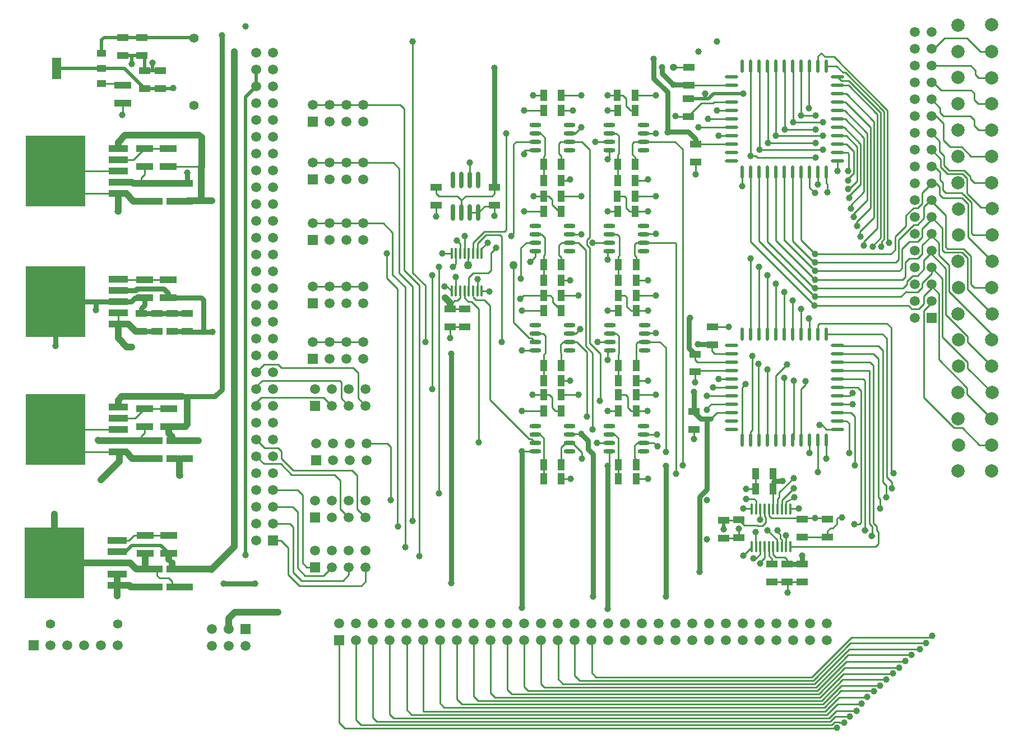
<source format=gtl>
%FSLAX25Y25*%
%MOIN*%
G70*
G01*
G75*
G04 Layer_Physical_Order=1*
G04 Layer_Color=255*
%ADD10O,0.01378X0.06693*%
%ADD11R,0.06693X0.04331*%
%ADD12R,0.11811X0.04331*%
%ADD13R,0.35827X0.41929*%
%ADD14R,0.10236X0.04331*%
%ADD15R,0.04331X0.06693*%
%ADD16R,0.05512X0.03937*%
%ADD17R,0.05512X0.12795*%
%ADD18O,0.07087X0.02362*%
%ADD19O,0.02165X0.07874*%
%ADD20O,0.07874X0.02165*%
%ADD21O,0.02756X0.09843*%
%ADD22C,0.01000*%
%ADD23C,0.02000*%
%ADD24C,0.02953*%
%ADD25C,0.03937*%
%ADD26C,0.04000*%
%ADD27C,0.01969*%
%ADD28R,0.05906X0.05906*%
%ADD29C,0.05906*%
%ADD30C,0.05512*%
%ADD31R,0.05906X0.05906*%
%ADD32C,0.07874*%
%ADD33C,0.03937*%
%ADD34C,0.05000*%
D10*
X363043Y330279D02*
D03*
X365602D02*
D03*
X368161D02*
D03*
X370721D02*
D03*
X373280D02*
D03*
X375839D02*
D03*
X378398D02*
D03*
X380957D02*
D03*
X363043Y352720D02*
D03*
X365602D02*
D03*
X368161D02*
D03*
X370721D02*
D03*
X373280D02*
D03*
X375839D02*
D03*
X378398D02*
D03*
X380957D02*
D03*
X564516Y200721D02*
D03*
X561957D02*
D03*
X559398D02*
D03*
X556839D02*
D03*
X554280D02*
D03*
X551721D02*
D03*
X549161D02*
D03*
X546602D02*
D03*
X544043D02*
D03*
X541484D02*
D03*
X564516Y178279D02*
D03*
X561957D02*
D03*
X559398D02*
D03*
X556839D02*
D03*
X554280D02*
D03*
X551721D02*
D03*
X549161D02*
D03*
X546602D02*
D03*
X544043D02*
D03*
X541484D02*
D03*
D11*
X553500Y157370D02*
D03*
Y168000D02*
D03*
X197000Y164815D02*
D03*
Y154185D02*
D03*
X206000Y164815D02*
D03*
Y154185D02*
D03*
X179000Y154370D02*
D03*
Y165000D02*
D03*
X188000Y154370D02*
D03*
Y165000D02*
D03*
X206000Y241315D02*
D03*
Y230685D02*
D03*
X197000Y241315D02*
D03*
Y230685D02*
D03*
X178500D02*
D03*
Y241315D02*
D03*
X188000Y230685D02*
D03*
Y241315D02*
D03*
X388500Y391815D02*
D03*
Y381185D02*
D03*
X354000Y391815D02*
D03*
Y381185D02*
D03*
X518110Y298228D02*
D03*
Y308858D02*
D03*
X504331Y452559D02*
D03*
Y463189D02*
D03*
X507874Y292717D02*
D03*
Y282087D02*
D03*
X503937Y444685D02*
D03*
Y434055D02*
D03*
X370866Y319488D02*
D03*
Y308858D02*
D03*
X362205Y319488D02*
D03*
Y308858D02*
D03*
X507087Y247835D02*
D03*
Y258465D02*
D03*
X508268Y406890D02*
D03*
Y417520D02*
D03*
X206000Y306185D02*
D03*
Y316815D02*
D03*
X197000Y306185D02*
D03*
Y316815D02*
D03*
X178500Y306370D02*
D03*
Y317000D02*
D03*
X188000Y306370D02*
D03*
Y317000D02*
D03*
X571654Y184055D02*
D03*
Y194685D02*
D03*
X586614Y184055D02*
D03*
Y194685D02*
D03*
X525000Y194000D02*
D03*
Y183370D02*
D03*
X534000Y194130D02*
D03*
Y183500D02*
D03*
X197000Y383685D02*
D03*
Y394315D02*
D03*
X206000Y383685D02*
D03*
Y394315D02*
D03*
X178500Y383685D02*
D03*
Y394315D02*
D03*
X188000Y383685D02*
D03*
Y394315D02*
D03*
X571654Y157283D02*
D03*
Y167913D02*
D03*
X562598Y157283D02*
D03*
Y167913D02*
D03*
X189764Y461221D02*
D03*
Y450591D02*
D03*
X180500Y461130D02*
D03*
Y450500D02*
D03*
X167500Y470185D02*
D03*
Y480815D02*
D03*
X179000Y470185D02*
D03*
Y480815D02*
D03*
D12*
X164106Y155114D02*
D03*
Y161807D02*
D03*
Y168500D02*
D03*
Y175193D02*
D03*
Y181886D02*
D03*
X164705Y234614D02*
D03*
Y241307D02*
D03*
Y248000D02*
D03*
Y254693D02*
D03*
Y261386D02*
D03*
Y310614D02*
D03*
Y317307D02*
D03*
Y324000D02*
D03*
Y330693D02*
D03*
Y337386D02*
D03*
Y388114D02*
D03*
Y394807D02*
D03*
Y401500D02*
D03*
Y408193D02*
D03*
Y414886D02*
D03*
D13*
X126902Y168500D02*
D03*
X127500Y248000D02*
D03*
Y324000D02*
D03*
Y401500D02*
D03*
D14*
X195000Y184815D02*
D03*
Y174185D02*
D03*
X181000D02*
D03*
Y184815D02*
D03*
X195000Y260315D02*
D03*
Y249685D02*
D03*
X180500D02*
D03*
Y260315D02*
D03*
X194500Y336815D02*
D03*
Y326185D02*
D03*
X180500D02*
D03*
Y336815D02*
D03*
X194500Y414815D02*
D03*
Y404185D02*
D03*
X180500D02*
D03*
Y414815D02*
D03*
X167500Y442000D02*
D03*
Y452630D02*
D03*
D15*
X428315Y446500D02*
D03*
X417685D02*
D03*
X428315Y386500D02*
D03*
X417685D02*
D03*
X428315Y327500D02*
D03*
X417685D02*
D03*
X428315Y268500D02*
D03*
X417685D02*
D03*
X472244Y446457D02*
D03*
X461614D02*
D03*
X472244Y386614D02*
D03*
X461614D02*
D03*
X462185Y327500D02*
D03*
X472815D02*
D03*
X462185Y268500D02*
D03*
X472815D02*
D03*
X428315Y437500D02*
D03*
X417685D02*
D03*
X428315Y377500D02*
D03*
X417685D02*
D03*
X428315Y318500D02*
D03*
X417685D02*
D03*
X428315Y259000D02*
D03*
X417685D02*
D03*
X472315Y437500D02*
D03*
X461685D02*
D03*
X472315Y377500D02*
D03*
X461685D02*
D03*
X472815Y318500D02*
D03*
X462185D02*
D03*
X472815Y259000D02*
D03*
X462185D02*
D03*
X554315Y221500D02*
D03*
X543685D02*
D03*
X554315Y212500D02*
D03*
X543685D02*
D03*
X472315Y396000D02*
D03*
X461685D02*
D03*
Y405500D02*
D03*
X472315D02*
D03*
X417685D02*
D03*
X428315D02*
D03*
Y396000D02*
D03*
X417685D02*
D03*
Y346000D02*
D03*
X428315D02*
D03*
Y336500D02*
D03*
X417685D02*
D03*
X462185Y346000D02*
D03*
X472815D02*
D03*
Y336500D02*
D03*
X462185D02*
D03*
X417685Y286000D02*
D03*
X428315D02*
D03*
Y277000D02*
D03*
X417685D02*
D03*
X462185Y286000D02*
D03*
X472815D02*
D03*
Y277000D02*
D03*
X462185D02*
D03*
X417685Y227000D02*
D03*
X428315D02*
D03*
Y218500D02*
D03*
X417685D02*
D03*
X462185Y227000D02*
D03*
X472815D02*
D03*
Y218500D02*
D03*
X462185D02*
D03*
D16*
X155000Y453445D02*
D03*
Y462500D02*
D03*
Y471555D02*
D03*
D17*
X128228Y462500D02*
D03*
D18*
X433236Y354000D02*
D03*
Y359000D02*
D03*
Y364000D02*
D03*
Y369000D02*
D03*
X412764Y354000D02*
D03*
Y359000D02*
D03*
Y364000D02*
D03*
Y369000D02*
D03*
X433236Y414000D02*
D03*
Y419000D02*
D03*
Y424000D02*
D03*
Y429000D02*
D03*
X412764Y414000D02*
D03*
Y419000D02*
D03*
Y424000D02*
D03*
Y429000D02*
D03*
X433236Y235000D02*
D03*
Y240000D02*
D03*
Y245000D02*
D03*
Y250000D02*
D03*
X412764Y235000D02*
D03*
Y240000D02*
D03*
Y245000D02*
D03*
Y250000D02*
D03*
X433236Y295000D02*
D03*
Y300000D02*
D03*
Y305000D02*
D03*
Y310000D02*
D03*
X412764Y295000D02*
D03*
Y300000D02*
D03*
Y305000D02*
D03*
Y310000D02*
D03*
X477236Y354000D02*
D03*
Y359000D02*
D03*
Y364000D02*
D03*
Y369000D02*
D03*
X456764Y354000D02*
D03*
Y359000D02*
D03*
Y364000D02*
D03*
Y369000D02*
D03*
X477236Y414000D02*
D03*
Y419000D02*
D03*
Y424000D02*
D03*
Y429000D02*
D03*
X456764Y414000D02*
D03*
Y419000D02*
D03*
Y424000D02*
D03*
Y429000D02*
D03*
X477236Y235000D02*
D03*
Y240000D02*
D03*
Y245000D02*
D03*
Y250000D02*
D03*
X456764Y235000D02*
D03*
Y240000D02*
D03*
Y245000D02*
D03*
Y250000D02*
D03*
X477736Y295000D02*
D03*
Y300000D02*
D03*
Y305000D02*
D03*
Y310000D02*
D03*
X457264Y295000D02*
D03*
Y300000D02*
D03*
Y305000D02*
D03*
Y310000D02*
D03*
D19*
X536000Y241504D02*
D03*
X541000D02*
D03*
X546000D02*
D03*
X551000D02*
D03*
X556000D02*
D03*
X561000D02*
D03*
X566000D02*
D03*
X571000D02*
D03*
X576000D02*
D03*
X581000D02*
D03*
X586000D02*
D03*
Y304496D02*
D03*
X581000D02*
D03*
X576000D02*
D03*
X571000D02*
D03*
X566000D02*
D03*
X561000D02*
D03*
X556000D02*
D03*
X551000D02*
D03*
X546000D02*
D03*
X541000D02*
D03*
X536000D02*
D03*
Y401004D02*
D03*
X541000D02*
D03*
X546000D02*
D03*
X551000D02*
D03*
X556000D02*
D03*
X561000D02*
D03*
X566000D02*
D03*
X571000D02*
D03*
X576000D02*
D03*
X581000D02*
D03*
X586000D02*
D03*
Y463996D02*
D03*
X581000D02*
D03*
X576000D02*
D03*
X571000D02*
D03*
X566000D02*
D03*
X561000D02*
D03*
X556000D02*
D03*
X551000D02*
D03*
X546000D02*
D03*
X541000D02*
D03*
X536000D02*
D03*
D20*
X592496Y248000D02*
D03*
Y253000D02*
D03*
Y258000D02*
D03*
Y263000D02*
D03*
Y268000D02*
D03*
Y273000D02*
D03*
Y278000D02*
D03*
Y283000D02*
D03*
Y288000D02*
D03*
Y293000D02*
D03*
Y298000D02*
D03*
X529504D02*
D03*
Y293000D02*
D03*
Y288000D02*
D03*
Y283000D02*
D03*
Y278000D02*
D03*
Y273000D02*
D03*
Y268000D02*
D03*
Y263000D02*
D03*
Y258000D02*
D03*
Y253000D02*
D03*
Y248000D02*
D03*
X592496Y407500D02*
D03*
Y412500D02*
D03*
Y417500D02*
D03*
Y422500D02*
D03*
Y427500D02*
D03*
Y432500D02*
D03*
Y437500D02*
D03*
Y442500D02*
D03*
Y447500D02*
D03*
Y452500D02*
D03*
Y457500D02*
D03*
X529504D02*
D03*
Y452500D02*
D03*
Y447500D02*
D03*
Y442500D02*
D03*
Y437500D02*
D03*
Y432500D02*
D03*
Y427500D02*
D03*
Y422500D02*
D03*
Y417500D02*
D03*
Y412500D02*
D03*
Y407500D02*
D03*
D21*
X379000Y396146D02*
D03*
X374000D02*
D03*
X369000D02*
D03*
X364000D02*
D03*
X379000Y376854D02*
D03*
X374000D02*
D03*
X369000D02*
D03*
X364000D02*
D03*
D22*
X406200Y413680D02*
X406520Y414000D01*
X406200Y411700D02*
Y413680D01*
X533870Y183370D02*
Y188770D01*
X533900Y188800D01*
X524686Y188700D02*
X524900D01*
X524409Y188976D02*
X524686Y188700D01*
X561957Y178279D02*
Y184843D01*
X561900Y184900D02*
X561957Y184843D01*
X360000Y333323D02*
Y334000D01*
Y333323D02*
X362823Y330500D01*
X538189Y206693D02*
X542913D01*
X544043Y205563D01*
Y200721D02*
Y205563D01*
X542520Y171260D02*
X544095D01*
X546602Y173768D01*
Y178279D01*
X549161Y171602D02*
Y178279D01*
X546063Y168504D02*
X549161Y171602D01*
X507874Y275984D02*
Y282087D01*
X167323Y435039D02*
X167500Y435217D01*
Y442000D01*
X324500Y338000D02*
X331000Y331500D01*
Y190055D02*
Y331500D01*
X524409Y188976D02*
X525000Y189567D01*
X527756Y308858D02*
X527953Y309055D01*
X518110Y308858D02*
X527756D01*
X503937Y434252D02*
X511417Y441732D01*
X518504D01*
X519272Y442500D01*
X529504D01*
X504331Y313779D02*
X504724Y314173D01*
X536476Y447500D02*
X536614Y447638D01*
X507874Y282087D02*
X508787Y283000D01*
X529504D01*
X507874Y289370D02*
Y292717D01*
Y289370D02*
X509244Y288000D01*
X529504D01*
X495079Y434055D02*
X503937D01*
Y434252D01*
X179000Y470185D02*
X180500Y468685D01*
Y461130D02*
X180591Y461221D01*
X189673Y450500D02*
X189764Y450591D01*
X554315Y212500D02*
Y221500D01*
X517323Y254331D02*
X520992Y258000D01*
X517913Y294685D02*
Y298425D01*
Y294685D02*
X519598Y293000D01*
X529504D01*
X507087Y258268D02*
Y258465D01*
X513996Y417500D02*
X529504D01*
X513976Y417520D02*
X513996Y417500D01*
X508268Y417520D02*
X513976D01*
X507087Y242126D02*
Y247835D01*
X520992Y258000D02*
X529504D01*
X445276Y299224D02*
X451461Y293039D01*
Y264961D02*
Y293039D01*
X451124Y264961D02*
X451461D01*
X447000Y248000D02*
Y293328D01*
X213358Y383858D02*
X214500Y385000D01*
X206000Y306185D02*
X206279Y305906D01*
X212575Y241315D02*
X212598Y241339D01*
X219685Y164961D02*
X220079Y164567D01*
X206000Y164815D02*
X206146Y164961D01*
X164567Y377559D02*
X164705Y377697D01*
X164106Y155114D02*
X164173Y155047D01*
X165354Y234614D02*
X169386D01*
X164705D02*
X165354D01*
X386500Y353000D02*
X389500Y356000D01*
X386500Y342500D02*
Y353000D01*
X395500Y366500D02*
Y424000D01*
X385221Y330279D02*
X385500Y330000D01*
X380957Y330279D02*
X385221D01*
X522000Y422500D02*
X529504D01*
X522000Y278000D02*
X529504D01*
X518500Y273000D02*
X529504D01*
X443500Y255500D02*
Y294000D01*
X515000Y268000D02*
X529504D01*
X515000Y259500D02*
Y260500D01*
X517500Y263000D01*
X529504D01*
X510000Y427500D02*
X529504D01*
X515500Y432500D02*
X529504D01*
X521000Y437500D02*
X529504D01*
X541000Y241504D02*
Y246500D01*
X542000Y247500D01*
Y291500D01*
X541000Y359500D02*
Y401004D01*
X561000Y360236D02*
Y401004D01*
X209685Y480815D02*
X210000Y480500D01*
X166685Y453445D02*
X167500Y452630D01*
X155000Y453445D02*
X166685D01*
X167315Y481000D02*
X167500Y480815D01*
X214315Y385185D02*
X214500Y385000D01*
X214315Y404185D02*
X214500Y404000D01*
X194500Y404185D02*
X214315D01*
X164705Y408193D02*
X173878D01*
X180500Y414815D01*
Y399500D02*
Y404185D01*
X178500Y397500D02*
X180500Y399500D01*
X178500Y394315D02*
Y397500D01*
X180500Y414815D02*
X194500D01*
X164705Y394807D02*
X164898Y395000D01*
X164705Y388114D02*
X169386D01*
X127500Y401500D02*
X140886Y388114D01*
X164705D01*
X127500Y401500D02*
X164705D01*
X127500Y248000D02*
X140886Y234614D01*
X164705D01*
Y310614D02*
Y317307D01*
X188000Y317000D02*
X188185Y316815D01*
X164705Y337386D02*
X165276Y336815D01*
X180500D01*
X194500D01*
X175130Y306370D02*
X178500D01*
X164705Y310614D02*
X170886D01*
X178492Y241307D02*
X178500Y241315D01*
X127500Y248000D02*
X164705D01*
X205000Y267500D02*
X206000Y266500D01*
X204685Y249685D02*
X206000Y251000D01*
X164705Y254693D02*
X174878D01*
X180500Y260315D01*
X195000D01*
X197000Y241315D02*
Y243500D01*
X180500Y246000D02*
Y249685D01*
X178500Y244000D02*
X180500Y246000D01*
X178500Y241315D02*
Y244000D01*
X195000Y170500D02*
X197000Y168500D01*
X174185Y184815D02*
X181000D01*
X171256Y181886D02*
X174185Y184815D01*
X164106Y181886D02*
X171256D01*
X181000Y184815D02*
X195000D01*
X171386Y155114D02*
X172130Y154370D01*
X197000Y154185D02*
Y157500D01*
X195000Y159500D02*
X197000Y157500D01*
X189500Y159500D02*
X195000D01*
X188000Y161000D02*
X189500Y159500D01*
X188000Y161000D02*
Y165000D01*
X164106Y175193D02*
X169193D01*
X417685Y218500D02*
Y227000D01*
X417807Y227122D01*
Y242807D01*
X415614Y245000D02*
X417807Y242807D01*
X412764Y245000D02*
X415614D01*
X428193Y227122D02*
X428315Y227000D01*
X428193Y227122D02*
Y237307D01*
X430886Y240000D01*
X433236D01*
X410445Y242319D02*
X412764Y240000D01*
X409291Y242319D02*
X410445D01*
X386000Y265610D02*
Y321500D01*
X382500Y325000D02*
X386000Y321500D01*
X410445Y302319D02*
X412764Y300000D01*
X409291Y302319D02*
X410445D01*
X400000Y311610D02*
X409291Y302319D01*
X400000Y311610D02*
Y345500D01*
X373000D02*
Y352441D01*
X386000Y265610D02*
X409291Y242319D01*
X407500Y359000D02*
X412764D01*
X378398Y330279D02*
Y337102D01*
X378028Y337472D02*
X378398Y337102D01*
X401500Y419000D02*
X412764D01*
X400000Y417500D02*
X401500Y419000D01*
X400000Y364500D02*
Y417500D01*
X398500Y363000D02*
X400000Y364500D01*
X371000Y353000D02*
Y363000D01*
X450000Y300000D02*
X457264D01*
X447000Y359000D02*
X456764D01*
X378500Y352823D02*
Y358500D01*
X378398Y352720D02*
X378500Y352823D01*
X385000Y341000D02*
X386500Y342500D01*
X376000Y341000D02*
X385000D01*
X373280Y338280D02*
X376000Y341000D01*
X373280Y330279D02*
Y338280D01*
X448500Y419000D02*
X456764D01*
X375839Y352720D02*
Y358839D01*
X477736Y300000D02*
X487000D01*
X490500Y296500D01*
X477236Y359000D02*
X496000D01*
X496500Y358500D01*
X477236Y419000D02*
X496000D01*
X559398Y178279D02*
Y182111D01*
X558488Y183020D02*
X559398Y182111D01*
X558488Y183020D02*
Y185512D01*
X557000Y187000D02*
X558488Y185512D01*
X556488Y178630D02*
X556839Y178279D01*
X556488Y178630D02*
Y182512D01*
X551000Y188000D02*
X556488Y182512D01*
X564795Y201000D02*
X569500D01*
X561957Y200721D02*
Y204957D01*
X567000Y207500D01*
X613203Y185797D02*
X614500Y184500D01*
X613203Y185797D02*
X613203D01*
X615969Y187937D02*
Y190265D01*
X592496Y288000D02*
X612000D01*
X606468Y192469D02*
Y270969D01*
X604437Y273000D02*
X606468Y270969D01*
X592496Y273000D02*
X604437D01*
X592496Y278000D02*
X608000D01*
X609000Y189500D02*
Y277000D01*
X608000Y278000D02*
X609000Y277000D01*
X611500Y191905D02*
Y283000D01*
X592496D02*
X611500D01*
X592496Y293000D02*
X614000D01*
X617000Y290000D01*
X612000Y288000D02*
X614000Y286000D01*
X592496Y298000D02*
X592996Y297500D01*
X619500Y216500D02*
Y295000D01*
X617000Y297500D02*
X619500Y295000D01*
X592996Y297500D02*
X617000D01*
X605500Y191500D02*
X606468Y192469D01*
X602500Y191500D02*
X605500D01*
X609000Y189500D02*
X610500Y188000D01*
X609000D02*
X610500D01*
X613000Y184500D02*
X614500D01*
X613203Y185797D02*
Y190203D01*
X611500Y191905D02*
X613203Y190203D01*
X615969Y187937D02*
X617000Y186905D01*
X564516Y178279D02*
X615279D01*
X617000Y180000D01*
Y186905D01*
X614000Y192234D02*
X615969Y190265D01*
X614000Y192234D02*
Y286000D01*
X617000Y207500D02*
Y290000D01*
X618000Y201000D02*
Y206500D01*
X617000Y207500D02*
X618000Y206500D01*
X621500Y207500D02*
Y214500D01*
X619500Y216500D02*
X621500Y214500D01*
X559398Y200721D02*
Y205898D01*
X566500Y213000D01*
X625000D02*
Y216500D01*
X622000Y219500D02*
X625000Y216500D01*
X622000Y219500D02*
Y302000D01*
X619500Y304500D02*
X622000Y302000D01*
X586004Y304500D02*
X619500D01*
X586000Y304496D02*
X586004Y304500D01*
X581000Y304496D02*
Y310000D01*
X582000Y311000D01*
X622000D01*
X624500Y308500D01*
Y223500D02*
Y308500D01*
Y223500D02*
X626000Y222000D01*
X557980Y210480D02*
X566500Y219000D01*
X557980Y207653D02*
Y210480D01*
X556839Y206512D02*
X557980Y207653D01*
X556839Y200721D02*
Y206512D01*
X586000Y230500D02*
Y241504D01*
Y230500D02*
X586000Y230500D01*
X490500Y234500D02*
Y296500D01*
X599500Y234000D02*
Y251500D01*
X598000Y253000D02*
X599500Y251500D01*
X592496Y253000D02*
X598000D01*
X603000Y226500D02*
Y255500D01*
X600500Y258000D02*
X603000Y255500D01*
X592496Y258000D02*
X600500D01*
X496000Y419000D02*
X500500Y414500D01*
Y226500D02*
Y414500D01*
X496500Y221500D02*
Y358500D01*
X581000Y222500D02*
X581000Y222500D01*
X581000Y222500D02*
Y241504D01*
X576000Y304496D02*
Y313500D01*
X575500Y314000D02*
X576000Y313500D01*
X571000Y304496D02*
Y319500D01*
X571000Y319500D01*
X571000Y463996D02*
X571000Y463996D01*
X566000Y304496D02*
Y324500D01*
X566000Y324500D01*
X561000Y304496D02*
Y329500D01*
X561000Y329500D01*
X556000Y304496D02*
Y334500D01*
X556000Y334500D01*
X551000Y304496D02*
Y339500D01*
X551000Y339500D01*
X551000Y463996D02*
X551000Y463996D01*
X546000Y304496D02*
Y344500D01*
X546000Y344500D01*
X546000Y463996D02*
X546000Y463996D01*
X541000Y304496D02*
Y349500D01*
X433236Y300000D02*
X437500D01*
X443500Y294000D01*
X592496Y263000D02*
X601500D01*
X433236Y359000D02*
X438500D01*
X582000Y250500D02*
X583500D01*
X586000Y248000D01*
X592496D01*
Y268000D02*
X600000D01*
X601500Y269500D01*
X433236Y419000D02*
X440500D01*
X576000Y234000D02*
X576000Y234000D01*
X576000Y234000D02*
Y241504D01*
X536000D02*
Y273000D01*
X538000Y275000D01*
X536000Y395500D02*
Y401004D01*
X545500Y242004D02*
Y287000D01*
Y242004D02*
X546000Y241504D01*
X551000Y241504D02*
Y283500D01*
X551000Y241504D02*
X551000Y241504D01*
X556000Y280000D02*
X562500Y286500D01*
X556000Y241504D02*
Y280000D01*
X561000Y241504D02*
Y278500D01*
X561000Y241504D02*
X561000Y241504D01*
X566500Y242004D02*
Y277000D01*
X566000Y241504D02*
X566500Y242004D01*
X573500Y274500D02*
Y276500D01*
X571000Y272000D02*
X573500Y274500D01*
X571000Y241504D02*
Y272000D01*
X536000Y395500D02*
X536000Y395500D01*
Y392500D02*
Y395500D01*
X472815Y227000D02*
Y230185D01*
X472000Y231000D02*
X472815Y230185D01*
X472000Y231000D02*
Y238500D01*
X473500Y240000D01*
X477236D01*
X462185Y218500D02*
Y227000D01*
Y242815D01*
X460000Y245000D02*
X462185Y242815D01*
X456764Y245000D02*
X460000D01*
X462185Y277000D02*
Y286000D01*
Y292685D01*
X462500Y293000D01*
Y303500D01*
X461000Y305000D02*
X462500Y303500D01*
X457264Y305000D02*
X461000D01*
X472693Y286122D02*
X472815Y286000D01*
X472693Y286122D02*
Y298807D01*
X473886Y300000D01*
X477736D01*
X417685Y277000D02*
Y286000D01*
Y292185D01*
X419000Y293500D01*
Y303500D01*
X417500Y305000D02*
X419000Y303500D01*
X412764Y305000D02*
X417500D01*
X428315Y286000D02*
Y293185D01*
X428000Y293500D02*
X428315Y293185D01*
X428000Y293500D02*
Y298500D01*
X429500Y300000D01*
X433236D01*
X417685Y336500D02*
Y346000D01*
Y351185D01*
X418500Y352000D01*
Y362000D01*
X416500Y364000D02*
X418500Y362000D01*
X412764Y364000D02*
X416500D01*
X428315Y346000D02*
Y350185D01*
X427000Y351500D02*
X428315Y350185D01*
X427000Y351500D02*
Y357500D01*
X428500Y359000D01*
X433236D01*
X462185Y336500D02*
Y346000D01*
Y350685D01*
X463000Y351500D01*
Y362500D01*
X461500Y364000D02*
X463000Y362500D01*
X456764Y364000D02*
X461500D01*
X472815Y346000D02*
Y350685D01*
X472000Y351500D02*
X472815Y350685D01*
X472000Y351500D02*
Y358000D01*
X473000Y359000D01*
X477236D01*
X417685Y396000D02*
Y405500D01*
Y410185D01*
X418500Y411000D01*
Y421500D01*
X416000Y424000D02*
X418500Y421500D01*
X412764Y424000D02*
X416000D01*
X428315Y405500D02*
Y410685D01*
X427000Y412000D02*
X428315Y410685D01*
X427000Y412000D02*
Y418000D01*
X428000Y419000D01*
X433236D01*
X461685Y396000D02*
Y405500D01*
Y411185D01*
X462500Y412000D01*
Y422500D01*
X461000Y424000D02*
X462500Y422500D01*
X456764Y424000D02*
X461000D01*
X472315Y405500D02*
Y409685D01*
X470500Y411500D02*
X472315Y409685D01*
X470500Y411500D02*
Y418000D01*
X471500Y419000D01*
X477236D01*
X428315Y218500D02*
X434000D01*
X472815D02*
X480000D01*
X428315Y277000D02*
X433500D01*
X472815D02*
X480000D01*
X428315Y336500D02*
X433500D01*
X472815D02*
X480000D01*
X433500Y396000D02*
Y396500D01*
X479500Y396000D02*
X480000Y396500D01*
X472315Y396000D02*
X479500D01*
X364000Y344500D02*
X365602Y346102D01*
Y352720D01*
X365500Y330382D02*
Y338500D01*
Y330382D02*
X365602Y330279D01*
X544000Y178323D02*
Y187000D01*
Y178323D02*
X544043Y178279D01*
X546500Y200618D02*
X546602Y200721D01*
X536500Y173000D02*
X541484Y177984D01*
Y178279D01*
X357500Y352500D02*
X362823D01*
X363043Y352720D01*
X536500Y201000D02*
X541205D01*
X541484Y200721D01*
X287000Y267000D02*
X292000Y262000D01*
X250000Y267000D02*
X287000D01*
X247000Y264000D02*
X250000Y267000D01*
X247000Y262000D02*
Y264000D01*
X297500Y266500D02*
X302000Y262000D01*
X297500Y266500D02*
Y276000D01*
X296500Y277000D02*
X297500Y276000D01*
X250500Y277000D02*
X296500D01*
X247000Y273500D02*
X250500Y277000D01*
X247000Y272000D02*
Y273500D01*
X307500Y266500D02*
X312000Y262000D01*
X307500Y266500D02*
Y281500D01*
X304500Y284500D02*
X307500Y281500D01*
X262000Y284500D02*
X304500D01*
X260000Y286500D02*
X262000Y284500D01*
X251500Y286500D02*
X260000D01*
X247000Y282000D02*
X251500Y286500D01*
X297000Y200500D02*
X302000Y195500D01*
X297000Y200500D02*
Y217500D01*
X293500Y221000D02*
X297000Y217500D01*
X268000Y221000D02*
X293500D01*
X261500Y227500D02*
X268000Y221000D01*
X251500Y227500D02*
X261500D01*
X247000Y232000D02*
X251500Y227500D01*
X307000Y200500D02*
X312000Y195500D01*
X307000Y200500D02*
Y220500D01*
X304000Y223500D02*
X307000Y220500D01*
X269000Y223500D02*
X304000D01*
X262000Y230500D02*
X269000Y223500D01*
X262000Y230500D02*
Y235000D01*
X260000Y237000D02*
X262000Y235000D01*
X252000Y237000D02*
X260000D01*
X247000Y242000D02*
X252000Y237000D01*
X277000Y166000D02*
X282000D01*
X274500Y168500D02*
X277000Y166000D01*
X274500Y168500D02*
Y209000D01*
X271500Y212000D02*
X274500Y209000D01*
X257000Y212000D02*
X271500D01*
X287000Y161000D02*
X292000Y166000D01*
X276000Y161000D02*
X287000D01*
X271500Y165500D02*
X276000Y161000D01*
X271500Y165500D02*
Y199000D01*
X268500Y202000D02*
X271500Y199000D01*
X257000Y202000D02*
X268500D01*
X302000Y161500D02*
Y166000D01*
X298500Y158000D02*
X302000Y161500D01*
X274000Y158000D02*
X298500D01*
X269000Y163000D02*
X274000Y158000D01*
X269000Y163000D02*
Y190000D01*
X267000Y192000D02*
X269000Y190000D01*
X257000Y192000D02*
X267000D01*
X312000Y157500D02*
Y166000D01*
X309500Y155000D02*
X312000Y157500D01*
X272500Y155000D02*
X309500D01*
X266000Y161500D02*
X272500Y155000D01*
X266000Y161500D02*
Y177500D01*
X261500Y182000D02*
X266000Y177500D01*
X257000Y182000D02*
X261500D01*
X280500Y441000D02*
X290500D01*
X300500D01*
X310500D01*
X280500Y406500D02*
X290500D01*
X300500D01*
X310500D01*
X280500Y370500D02*
X290500D01*
X300500D01*
X310500D01*
X280500Y333000D02*
X290500D01*
X300500D01*
X310500D01*
X280500Y300000D02*
X290500D01*
X300500D01*
X310500D01*
X312500Y239500D02*
X325000D01*
X340000Y193500D02*
Y333000D01*
X332000Y341000D02*
X340000Y333000D01*
X332000Y341000D02*
Y403000D01*
X328500Y406500D02*
X332000Y403000D01*
X310500Y406500D02*
X328500D01*
X335500Y178000D02*
Y332500D01*
X328000Y340000D02*
X335500Y332500D01*
X328000Y340000D02*
Y365000D01*
X322500Y370500D02*
X328000Y365000D01*
X310500Y370500D02*
X322500D01*
X327000Y206000D02*
Y237500D01*
X325000Y239500D02*
X327000Y237500D01*
X344000Y172500D02*
Y333500D01*
X335000Y342500D02*
X344000Y333500D01*
X335000Y342500D02*
Y438500D01*
X332500Y441000D02*
X335000Y438500D01*
X310500Y441000D02*
X332500D01*
X340000Y341000D02*
Y478500D01*
Y341000D02*
X347500Y333500D01*
Y300000D02*
Y333500D01*
X351500Y272000D02*
Y339500D01*
X355500Y210000D02*
Y344500D01*
X359000Y333000D02*
X360000Y334000D01*
X324500Y338000D02*
Y352500D01*
X394500Y365500D02*
X395500Y366500D01*
X375839Y358839D02*
X382500Y365500D01*
X394500D01*
X378500Y358500D02*
X383500Y363500D01*
X392000D01*
X392969Y362531D01*
Y354563D02*
Y362531D01*
X393000Y300000D02*
Y357500D01*
X380957Y355457D02*
X384500Y359000D01*
X380957Y352720D02*
Y355457D01*
X374000Y396146D02*
Y406500D01*
X428315Y396000D02*
X433500D01*
X554280Y200721D02*
Y212465D01*
X554315Y212500D01*
X543685D02*
Y221500D01*
X551721Y172780D02*
Y178279D01*
Y172780D02*
X553500Y171000D01*
Y168000D02*
Y171000D01*
Y157370D02*
X562512D01*
X562598Y157283D02*
X571654D01*
X562512Y157370D02*
X562598Y157283D01*
X554280Y173673D02*
Y178279D01*
Y173673D02*
X555905Y172047D01*
X561024D01*
X562598Y170472D01*
Y167913D02*
Y170472D01*
X546457Y194095D02*
X546500Y194051D01*
Y200618D01*
X549161Y196295D02*
Y200721D01*
Y196295D02*
X549925Y195531D01*
Y192658D02*
Y195531D01*
X547893Y190626D02*
X549925Y192658D01*
X545020Y190626D02*
X547893D01*
X544701Y190945D02*
X545020Y190626D01*
X537185Y190945D02*
X544701D01*
X534000Y194130D02*
X537185Y190945D01*
X525000Y183370D02*
X533870D01*
X525000Y194000D02*
X533870D01*
X534000Y194130D01*
X406520Y414000D02*
X412764D01*
X409842Y347638D02*
X412764Y350559D01*
Y354000D01*
X404724Y294882D02*
X412646D01*
X412764Y295000D01*
X404724Y259055D02*
X417630D01*
X417685Y259000D01*
X404724Y235039D02*
X404764Y235000D01*
X412764D01*
X404728Y318500D02*
X417685D01*
X404724Y318504D02*
X404728Y318500D01*
X406299Y437402D02*
X417587D01*
X417685Y437500D01*
X440500Y419000D02*
X445276Y414224D01*
Y299224D02*
Y355819D01*
X443532Y357563D02*
X445276Y355819D01*
X443532Y357563D02*
Y360437D01*
X445276Y362181D01*
Y414224D01*
X442913Y297415D02*
X447000Y293328D01*
X442913Y297415D02*
Y354587D01*
X438500Y359000D02*
X442913Y354587D01*
X428315Y446500D02*
X440114D01*
X440158Y446457D01*
X436598Y424000D02*
X440158Y427559D01*
X433236Y424000D02*
X436598D01*
X428315Y386500D02*
X440043D01*
X433457Y363779D02*
X440158D01*
X433236Y364000D02*
X433457Y363779D01*
X438524Y327500D02*
X438583Y327559D01*
X428315Y327500D02*
X438524D01*
X436890Y305000D02*
X439369Y307480D01*
X433236Y305000D02*
X436890D01*
X438579Y268500D02*
X438583Y268504D01*
X428315Y268500D02*
X438579D01*
X433512Y245276D02*
X440158D01*
X433236Y245000D02*
X433512Y245276D01*
X456764Y227236D02*
Y235000D01*
X455905Y226378D02*
X456764Y227236D01*
X455905Y259055D02*
X462130D01*
X462185Y259000D01*
X455905Y289370D02*
Y293642D01*
X457264Y295000D01*
X455905Y318504D02*
X462181D01*
X462185Y318500D01*
X455905Y348819D02*
Y353142D01*
X456764Y354000D01*
X455905Y377559D02*
X461626D01*
X461685Y377500D01*
X472244Y446457D02*
X484646D01*
X484630Y424000D02*
X484646Y424016D01*
X477236Y424000D02*
X484630D01*
X472244Y386614D02*
X484646D01*
X477410Y364173D02*
X484646D01*
X477236Y364000D02*
X477410Y364173D01*
X484587Y327500D02*
X484646Y327559D01*
X472815Y327500D02*
X484587D01*
X477854Y305118D02*
X484646D01*
X477736Y305000D02*
X477854Y305118D01*
X472815Y268500D02*
X484642D01*
X484646Y268504D01*
X477236Y240000D02*
X483228D01*
X485433Y237795D01*
X477236Y245000D02*
X484528D01*
X455905Y408661D02*
X456764Y409520D01*
Y414000D01*
X455905Y437402D02*
X461587D01*
X461685Y437500D01*
X404331Y337402D02*
Y355831D01*
X407500Y359000D01*
X562598Y157283D02*
X562992Y156890D01*
Y150787D02*
Y156890D01*
X433236Y240000D02*
X434803D01*
X440500Y234303D01*
Y230500D02*
Y234303D01*
X448236Y239764D02*
X449606D01*
X448000Y240000D02*
X448236Y239764D01*
X448000Y240000D02*
X456764D01*
X484646Y244488D02*
X485039D01*
X484528Y245000D02*
X484842Y244685D01*
X485039Y244488D01*
X484646D02*
X484842Y244685D01*
X485039Y244882D01*
X411461Y446500D02*
X417685D01*
X411417Y446457D02*
X411461Y446500D01*
X428315Y437500D02*
X434941D01*
X435039Y437402D01*
X411925Y386500D02*
X417685D01*
X411811Y386614D02*
X411925Y386500D01*
X406358Y377500D02*
X417685D01*
X406299Y377559D02*
X406358Y377500D01*
X417685Y386500D02*
X420752D01*
X422835Y384417D01*
Y381496D02*
Y384417D01*
Y381496D02*
X426831Y377500D01*
X428315D01*
X405847Y327500D02*
X417685D01*
X403937Y325590D02*
X405847Y327500D01*
X417685D02*
X421713D01*
X423228Y325984D01*
Y323587D02*
Y325984D01*
Y323587D02*
X428315Y318500D01*
X411028Y268500D02*
X417685D01*
X421264D01*
X422835Y266929D01*
Y261024D02*
Y266929D01*
Y261024D02*
X424858Y259000D01*
X428315D01*
X472815D02*
X479472D01*
X462185Y268500D02*
X466539D01*
X467717Y267323D01*
Y261024D02*
Y267323D01*
Y261024D02*
X469740Y259000D01*
X472815D01*
Y318500D02*
X479917D01*
X462185Y327500D02*
X466083D01*
X467323Y326260D01*
Y320866D02*
Y326260D01*
Y320866D02*
X469689Y318500D01*
X472815D01*
X472315Y377500D02*
X472374Y377559D01*
X479921D01*
X461614Y386614D02*
X465748D01*
X466929Y385433D01*
Y379528D02*
Y385433D01*
Y379528D02*
X468957Y377500D01*
X472315D01*
X455905Y446457D02*
X461614D01*
X464961D01*
X466929Y444488D01*
Y440158D02*
Y444488D01*
Y440158D02*
X469587Y437500D01*
X472315D01*
X368161Y326122D02*
Y330279D01*
X362205Y321654D02*
X364961Y324410D01*
X366449D02*
X368161Y326122D01*
X364961Y324410D02*
X366449D01*
X362205Y303150D02*
Y305512D01*
X375856Y326644D02*
X377500Y325000D01*
X382500D01*
X374803Y324016D02*
X379134Y319685D01*
X370721Y326130D02*
Y330279D01*
Y326130D02*
X372835Y324016D01*
X374803D01*
X362205Y308858D02*
X370866D01*
X362205Y305118D02*
Y305512D01*
Y308858D01*
Y319488D02*
X370866D01*
X379134Y240000D02*
Y319685D01*
X551721Y196571D02*
Y200721D01*
X538287Y212500D02*
X543685D01*
X538189Y212598D02*
X538287Y212500D01*
X593008Y195669D02*
X595276D01*
X551721Y196571D02*
X553016Y195276D01*
X586154D01*
X586614Y194815D01*
X592126Y194787D02*
X593008Y195669D01*
X592126Y191732D02*
Y194787D01*
X589764Y189370D02*
X592126Y191732D01*
X571654Y184055D02*
X586614D01*
Y187402D02*
X588583Y189370D01*
X589764D01*
X586614Y184055D02*
Y187402D01*
X388024Y380709D02*
X388500Y381185D01*
X382854Y380709D02*
X388024D01*
X379000Y376854D02*
X382854Y380709D01*
X388500Y374886D02*
Y381185D01*
X374000Y376854D02*
X379000D01*
X368161Y352720D02*
Y358217D01*
X366142Y360236D02*
X368161Y358217D01*
X369000Y376854D02*
Y384150D01*
X366535Y386614D02*
X369000Y384150D01*
X355512Y386614D02*
X366535D01*
X354000Y388126D02*
X355512Y386614D01*
X354000Y388126D02*
Y391815D01*
Y374472D02*
Y381185D01*
X388500Y388106D02*
Y391815D01*
X387008Y386614D02*
X388500Y388106D01*
X371465Y386614D02*
X387008D01*
X369000Y384150D02*
X371465Y386614D01*
X504390Y452500D02*
X529504D01*
X504331Y452559D02*
X504390Y452500D01*
X495079Y463189D02*
X504331D01*
X508268Y399606D02*
Y406890D01*
X388500Y452673D02*
X388583Y452756D01*
X504134D02*
X504331Y452559D01*
X494882Y434252D02*
X495079Y434055D01*
X494882Y434252D02*
X496063D01*
X541000Y359500D02*
X579000Y321500D01*
X546000Y359923D02*
Y401004D01*
X551000Y359500D02*
Y401004D01*
X577709Y328291D02*
X579133Y326867D01*
X546000Y359923D02*
X577632Y328291D01*
X577709D01*
X556000Y360140D02*
X579133Y337007D01*
X556000Y360140D02*
Y401004D01*
X579133Y340946D02*
X579134Y340945D01*
X579133Y340946D02*
Y342125D01*
X566000Y359984D02*
Y401004D01*
Y359984D02*
X578937Y347047D01*
X571000Y360494D02*
Y401004D01*
Y360494D02*
X579133Y352361D01*
X648425Y474173D02*
Y475591D01*
Y464173D02*
Y465354D01*
X579133Y326771D02*
Y326867D01*
X551000Y359500D02*
X578904Y331596D01*
X561024Y360236D02*
X579134Y342126D01*
X540945Y410630D02*
Y463941D01*
X541000Y463996D01*
X546000Y463996D02*
X546063Y463933D01*
Y414173D02*
Y463933D01*
X555905Y422441D02*
Y463902D01*
X556000Y463996D01*
X561024Y426378D02*
Y463973D01*
X561000Y463996D02*
X561024Y463973D01*
X566000Y463996D02*
X566000Y463996D01*
X540945Y410630D02*
X543701D01*
X544882Y409449D01*
X579528D01*
X546063Y414173D02*
X583858D01*
X551181Y418110D02*
X579528D01*
X551181D02*
Y463996D01*
X555905Y422441D02*
X583858D01*
X561024Y426378D02*
X579528D01*
X566142Y430709D02*
X583858D01*
X566142D02*
Y463996D01*
X570866Y434646D02*
X579528D01*
X570866D02*
Y463996D01*
X575591Y438976D02*
Y463996D01*
X592496Y401598D02*
Y407500D01*
Y401598D02*
X592520Y401575D01*
X576000Y391715D02*
Y401004D01*
Y391715D02*
X579133Y388582D01*
X296272Y73413D02*
Y122453D01*
X306272Y75224D02*
Y122453D01*
X590689Y73941D02*
X593563D01*
X593882Y73622D01*
X596457D01*
X580709Y393701D02*
Y400713D01*
X316272Y76642D02*
Y122453D01*
X591011Y77091D02*
X599925D01*
X599999Y77164D02*
Y77165D01*
X599925Y77091D02*
X599999Y77164D01*
X586602Y388965D02*
Y393713D01*
X585827Y394488D02*
X586602Y393713D01*
X585827Y394488D02*
Y400831D01*
X586000Y401004D01*
X326272Y78547D02*
Y122453D01*
X603861Y80634D02*
X603936Y80708D01*
X592496Y412500D02*
X598721D01*
Y412303D02*
Y412500D01*
Y412303D02*
X599213Y411811D01*
X598819Y401575D02*
X599213D01*
X606298Y84646D02*
X606692Y85039D01*
X336347Y81102D02*
Y122378D01*
X336272Y122453D02*
X336347Y122378D01*
X599213Y401575D02*
Y411811D01*
X610235Y88975D02*
Y88976D01*
X609768Y88508D02*
X610235Y88975D01*
X598818Y396062D02*
Y396849D01*
X600075Y398106D01*
X600256D01*
X602287Y400138D01*
Y413065D01*
X597852Y417500D02*
X602287Y413065D01*
X592496Y417500D02*
X597852D01*
X592496Y422500D02*
X597697D01*
X604331Y415866D01*
Y395669D02*
Y415866D01*
X598819Y390945D02*
X599213Y390551D01*
X614000Y92445D02*
X614246Y92198D01*
X599213Y390551D02*
X604331Y395669D01*
X593427Y88508D02*
X609768D01*
X591725Y80634D02*
X603861D01*
X592394Y84646D02*
X606298D01*
X594536Y92445D02*
X614000D01*
X346272Y80315D02*
Y122453D01*
X591968Y70315D02*
X592126Y70472D01*
X296272Y73413D02*
X299370Y70315D01*
X589063Y72315D02*
X590689Y73941D01*
X306272Y75224D02*
X309181Y72315D01*
X588235Y74315D02*
X591011Y77091D01*
X316272Y76642D02*
X318598Y74315D01*
X587406Y76315D02*
X591725Y80634D01*
X326272Y78547D02*
X328504Y76315D01*
X586063Y78315D02*
X592394Y84646D01*
X336347Y81102D02*
X339134Y78315D01*
X585235Y80315D02*
X593427Y88508D01*
X299370Y70315D02*
X591968D01*
X309181Y72315D02*
X589063D01*
X318598Y74315D02*
X588235D01*
X328504Y76315D02*
X587406D01*
X339134Y78315D02*
X586063D01*
X346272Y80315D02*
X585235D01*
X584768Y82677D02*
X594536Y92445D01*
X356272Y85067D02*
Y122453D01*
Y85067D02*
X358661Y82677D01*
X584768D01*
X366272Y87665D02*
Y122453D01*
Y87665D02*
X369260Y84677D01*
X583940D01*
X594930Y95667D01*
X617669D02*
X617714Y95712D01*
X594930Y95667D02*
X617669D01*
X599605Y385432D02*
Y386826D01*
X606331Y393551D01*
Y417685D01*
X596516Y427500D02*
X606331Y417685D01*
X592496Y427500D02*
X596516D01*
X376272Y89264D02*
Y122453D01*
Y89264D02*
X378858Y86677D01*
X583111D01*
X595615Y99181D01*
X622377Y99213D02*
X622409Y99181D01*
X621654Y99213D02*
X622377D01*
X600392Y379133D02*
Y381314D01*
X608331Y389253D01*
Y421197D01*
X597028Y432500D02*
X608331Y421197D01*
X592496Y432500D02*
X597028D01*
X595615Y99181D02*
X622409D01*
X386272Y91390D02*
Y122453D01*
Y91390D02*
X388984Y88677D01*
X582283D01*
X596287Y102681D01*
X625441Y102756D02*
X625516Y102681D01*
X601968Y374299D02*
X602071Y374196D01*
X601968Y374299D02*
Y375804D01*
X610331Y384166D01*
Y423921D01*
X596752Y437500D02*
X610331Y423921D01*
X592496Y437500D02*
X596752D01*
X596287Y102681D02*
X625516D01*
X396272Y93224D02*
Y122453D01*
Y93224D02*
X398819Y90677D01*
X581455D01*
X597002Y106224D01*
X629058D01*
X629133Y106299D01*
X603937Y369289D02*
X604329Y368897D01*
X603937Y369289D02*
Y371157D01*
X612331Y379551D01*
Y427433D01*
X597264Y442500D02*
X612331Y427433D01*
X592496Y442500D02*
X597264D01*
X406272Y94910D02*
Y122453D01*
Y94910D02*
X408504Y92677D01*
X580626D01*
X597717Y109767D01*
X632208D01*
X632676Y110235D02*
Y110236D01*
X632208Y109767D02*
X632676Y110235D01*
X605905Y362990D02*
X606298Y362598D01*
X605905Y362990D02*
Y365568D01*
X614331Y373993D01*
Y430945D01*
X597776Y447500D02*
X614331Y430945D01*
X592496Y447500D02*
X597776D01*
X579000Y321500D02*
X634801D01*
X636581Y319721D01*
X640980D01*
X643780Y322520D01*
Y327244D01*
X648425Y331890D01*
X579133Y326771D02*
X630314D01*
X416272Y96720D02*
Y122453D01*
Y96720D02*
X418315Y94677D01*
X579798D01*
X598900Y113779D01*
X636614D01*
X608266Y357086D02*
Y359661D01*
X616331Y367725D01*
Y435244D01*
X599075Y452500D02*
X616331Y435244D01*
X592496Y452500D02*
X599075D01*
X633665Y329720D02*
X640270D01*
X642878Y332329D01*
Y335004D01*
X648425Y340551D01*
Y344173D01*
X630314Y326771D02*
X633465Y329921D01*
X633665Y329720D01*
X579069Y331760D02*
X631480D01*
X633972Y334252D01*
Y336018D01*
X637325Y339370D01*
X640158D01*
X643972Y343185D01*
Y348626D01*
X648425Y353079D01*
Y354173D01*
X579133Y337007D02*
X631102D01*
X632677Y338583D01*
Y347244D01*
X635153Y349721D01*
X640270D01*
X642878Y352329D01*
Y357445D01*
X648425Y362992D01*
X579133Y342125D02*
X629133D01*
X630677Y343669D01*
Y355087D01*
X635311Y359720D01*
X640270D01*
X642878Y362329D01*
Y367287D01*
X648425Y372835D01*
X579134Y347244D02*
X627102D01*
X628677Y348819D01*
Y360722D01*
X637675Y369721D01*
X640270D01*
X643972Y373423D01*
Y380193D01*
X647953Y384173D01*
X579133Y352361D02*
X624314D01*
X626677Y354724D01*
Y362504D01*
X633071Y368898D01*
Y375116D01*
X637675Y379720D01*
X640270D01*
X642878Y382329D01*
Y388626D01*
X648110Y393858D01*
X592496Y457500D02*
X594913Y455083D01*
X618331Y361952D02*
Y436072D01*
X613386Y357007D02*
X618331Y361952D01*
X594913Y455083D02*
X599321D01*
X618331Y436072D01*
X613386Y356693D02*
Y357007D01*
X599615Y117323D02*
X641339D01*
X578969Y96677D02*
X599615Y117323D01*
X429307Y96677D02*
X578969D01*
X426378Y99606D02*
X429307Y96677D01*
X426378Y99606D02*
Y122346D01*
X426272Y122453D02*
X426378Y122346D01*
X436272Y101524D02*
Y122453D01*
Y101524D02*
X439118Y98677D01*
X578141D01*
X600330Y120866D01*
X645276D01*
X618503Y356692D02*
X618897D01*
Y359690D02*
X620331Y361123D01*
Y436901D01*
X597149Y460083D02*
X620331Y436901D01*
X595823Y460083D02*
X597149D01*
X591909Y463996D02*
X595823Y460083D01*
X586000Y463996D02*
X591909D01*
X618897Y356692D02*
Y359690D01*
X581000Y463996D02*
Y469787D01*
X582866Y471654D01*
X585087Y469433D01*
X590627D01*
X622331Y437729D01*
Y358772D02*
X622884D01*
X623145Y359032D01*
X647956Y124335D02*
X648818Y125197D01*
X600970Y124335D02*
X647956D01*
X577313Y100677D02*
X600970Y124335D01*
X448929Y100677D02*
X577313D01*
X446457Y103150D02*
X448929Y100677D01*
X446457Y103150D02*
Y122268D01*
X446272Y122453D02*
X446457Y122268D01*
X622331Y358772D02*
Y437729D01*
X648425Y474173D02*
X649673D01*
X656200Y480700D01*
X676900Y238700D02*
X684200D01*
X666737Y248863D02*
X676900Y238700D01*
X661948Y248863D02*
X666737D01*
X643972Y266839D02*
X661948Y248863D01*
X643972Y266839D02*
Y318626D01*
X648425Y323079D01*
Y324173D01*
X669637Y268963D02*
X684300Y254300D01*
X669637Y268963D02*
Y272574D01*
X648425Y331890D02*
Y333079D01*
X669937Y284363D02*
X684400Y269900D01*
X669937Y284363D02*
Y287874D01*
X669837Y299963D02*
X684300Y285500D01*
X669837Y299963D02*
Y303352D01*
X666652Y306537D02*
X669837Y303352D01*
X666474Y306537D02*
X666652D01*
X684300Y301100D02*
Y304711D01*
X658963Y330048D02*
X684300Y304711D01*
X658963Y330048D02*
Y345548D01*
X656900Y316111D02*
X666474Y306537D01*
X654800Y303011D02*
X669937Y287874D01*
X652800Y310521D02*
X652878Y310599D01*
Y317747D01*
X652800Y317825D02*
X652878Y317747D01*
X654800Y303011D02*
Y309693D01*
X654878Y309771D01*
Y318576D01*
X654800Y318654D02*
X654878Y318576D01*
X652800Y317825D02*
Y322251D01*
X652878Y322329D01*
X654800Y318654D02*
Y321423D01*
X654878Y321500D01*
X652800Y289411D02*
Y310521D01*
X652878Y322329D02*
Y328626D01*
X648425Y333079D02*
X652878Y328626D01*
X652800Y289411D02*
X669637Y272574D01*
X648425Y344173D02*
X654878Y337720D01*
Y321500D02*
Y337720D01*
X648425Y352075D02*
Y354173D01*
Y352075D02*
X656900Y343600D01*
Y316111D02*
Y343600D01*
X652878Y351633D02*
X658963Y345548D01*
X652878Y351633D02*
Y358626D01*
X648425Y363079D02*
X652878Y358626D01*
X648425Y363079D02*
Y364173D01*
Y362992D02*
Y363079D01*
X669837Y331163D02*
X684400Y316600D01*
X656141Y353337D02*
X666552D01*
X669837Y331163D02*
Y350052D01*
X666552Y353337D02*
X669837Y350052D01*
X654878Y354600D02*
X656141Y353337D01*
X654878Y354600D02*
Y367721D01*
X648425Y374173D02*
X654878Y367721D01*
X673700Y332300D02*
X684200D01*
X671837Y334163D02*
X673700Y332300D01*
X671837Y334163D02*
Y350881D01*
X667381Y355337D02*
X671837Y350881D01*
X658000Y355337D02*
X667381D01*
X656878Y356459D02*
X658000Y355337D01*
X656878Y356459D02*
Y375248D01*
X647953Y384173D02*
X656878Y375248D01*
X670100Y362200D02*
X684400Y347900D01*
X670100Y362200D02*
Y382000D01*
X666600Y385500D02*
X670100Y382000D01*
X655300Y385500D02*
X666600D01*
X653200Y387600D02*
X655300Y385500D01*
X653200Y387600D02*
Y392100D01*
X651127Y394173D02*
X653200Y392100D01*
X648110Y394173D02*
X648425D01*
X651127D01*
X673100Y363500D02*
X684400D01*
X672100Y364500D02*
X673100Y363500D01*
X672100Y364500D02*
Y382828D01*
X667428Y387500D02*
X672100Y382828D01*
X667300Y387500D02*
X667428D01*
X666400Y388400D02*
X667300Y387500D01*
X657000Y388400D02*
X666400D01*
X655200Y390200D02*
X657000Y388400D01*
X655200Y390200D02*
Y394528D01*
X653600Y396128D02*
X655200Y394528D01*
X653600Y396128D02*
Y400800D01*
X650227Y404173D02*
X653600Y400800D01*
X648425Y404173D02*
X650227D01*
X683600Y379900D02*
X684400Y379100D01*
X677900Y379900D02*
X683600D01*
X669537Y388263D02*
X677900Y379900D01*
X669537Y388263D02*
Y397389D01*
X666889Y400037D02*
X669537Y397389D01*
X657863Y400037D02*
X666889D01*
X653900Y404000D02*
X657863Y400037D01*
X653900Y404000D02*
Y408698D01*
X648425Y414173D02*
X653900Y408698D01*
X673700Y394700D02*
X684300D01*
X671537Y396863D02*
X673700Y394700D01*
X671537Y396863D02*
Y398218D01*
X667718Y402037D02*
X671537Y398218D01*
X658863Y402037D02*
X667718D01*
X655900Y405000D02*
X658863Y402037D01*
X655900Y405000D02*
Y410500D01*
X653300Y413100D02*
X655900Y410500D01*
X653300Y413100D02*
Y419298D01*
X648425Y424173D02*
X653300Y419298D01*
X671989Y410300D02*
X684200D01*
X666552Y415737D02*
X671989Y410300D01*
X659463Y415737D02*
X666552D01*
X655400Y419800D02*
X659463Y415737D01*
X655400Y419800D02*
Y429800D01*
X651027Y434173D02*
X655400Y429800D01*
X648425Y434173D02*
X651027D01*
X676400Y425800D02*
X684300D01*
X673800Y428400D02*
X676400Y425800D01*
X673800Y428400D02*
Y432000D01*
X671600Y434200D02*
X673800Y432000D01*
X655500Y434200D02*
X671600D01*
X653600Y436100D02*
X655500Y434200D01*
X653600Y436100D02*
Y438998D01*
X648425Y444173D02*
X653600Y438998D01*
X676200Y441500D02*
X684200D01*
X673900Y443800D02*
X676200Y441500D01*
X673900Y443800D02*
Y447800D01*
X672000Y449700D02*
X673900Y447800D01*
X654100Y449700D02*
X672000D01*
X649627Y454173D02*
X654100Y449700D01*
X648425Y454173D02*
X649627D01*
X676400Y457000D02*
X684300D01*
X674600Y458800D02*
X676400Y457000D01*
X674600Y458800D02*
Y461200D01*
X671700Y464100D02*
X674600Y461200D01*
X648498Y464100D02*
X671700D01*
X648425Y464173D02*
X648498Y464100D01*
X677600Y472700D02*
X684100D01*
X669600Y480700D02*
X677600Y472700D01*
X656200Y480700D02*
X669600D01*
D23*
X172835Y465300D02*
Y470185D01*
X185039Y461221D02*
X189764D01*
X180591D02*
X185039D01*
Y465748D01*
X172835Y470185D02*
X179000D01*
X167500D02*
X172835D01*
X240551Y445551D02*
X247000Y452000D01*
X240551Y173228D02*
Y445551D01*
X525000Y189567D02*
Y194000D01*
X529504Y447500D02*
X536476D01*
X503937Y444685D02*
X515945D01*
X513779Y445000D02*
Y447638D01*
X197441Y450591D02*
X197638Y450787D01*
X189764Y450591D02*
X197441D01*
X128228Y462500D02*
X155000D01*
X180500Y461130D02*
Y468685D01*
Y450500D02*
X189673D01*
X168500Y462500D02*
X180500Y450500D01*
X155000Y462500D02*
X168500D01*
X179000Y480815D02*
X209685D01*
X167500D02*
X179000D01*
X156500Y481000D02*
X167315D01*
X155000Y479500D02*
X156500Y481000D01*
X155000Y471555D02*
Y479500D01*
X518760Y447500D02*
X529504D01*
X515945Y444685D02*
X518760Y447500D01*
X247000Y452000D02*
Y462000D01*
D24*
X151500Y324000D02*
X164705D01*
X127500D02*
X151500D01*
Y318900D02*
Y324000D01*
X504331Y296260D02*
Y313779D01*
Y296260D02*
X507874Y292717D01*
X488189Y459449D02*
Y463386D01*
Y459449D02*
X494882Y452756D01*
X388583D02*
Y462992D01*
X483071Y456693D02*
Y468110D01*
X205000Y267500D02*
X222224D01*
X202756D02*
X205000D01*
X222224D02*
X226378Y271653D01*
Y482282D01*
X554386Y217000D02*
X554708Y217322D01*
X559841D01*
X514961Y254331D02*
X517323D01*
X511024D02*
X514961D01*
X562598Y167913D02*
X571654D01*
Y172835D01*
X510555Y178055D02*
X510630Y177980D01*
X510555Y178055D02*
Y207841D01*
X514961Y212247D01*
Y254331D01*
X507087Y258268D02*
X511024Y254331D01*
X483071Y456693D02*
X491339Y448425D01*
Y424409D02*
Y448425D01*
X509449Y298425D02*
X517913D01*
X491732Y424803D02*
X503937D01*
X491339Y424409D02*
X491732Y424803D01*
X507087Y258465D02*
Y270079D01*
X206279Y305906D02*
X220866D01*
X214500Y306000D02*
X215500Y307000D01*
Y325000D01*
X214315Y326185D02*
X215500Y325000D01*
X194500Y326185D02*
X214315D01*
X197000Y317000D02*
X205815D01*
X178500D02*
X188000D01*
X194500Y326185D02*
Y329000D01*
X192000Y331500D02*
X194500Y329000D01*
X176000Y331500D02*
X192000D01*
X175193Y330693D02*
X176000Y331500D01*
X164705Y330693D02*
X175193D01*
X174685Y326185D02*
X180500D01*
X172500Y324000D02*
X174685Y326185D01*
X164705Y324000D02*
X172500D01*
X180500Y322000D02*
Y326185D01*
X178500Y320000D02*
X180500Y322000D01*
X178500Y317000D02*
Y320000D01*
X197000Y306185D02*
X206000D01*
X178500Y306370D02*
X188000D01*
X444095Y236221D02*
X447244Y233071D01*
X444095Y236221D02*
Y241339D01*
X440158Y245276D02*
X444095Y241339D01*
X490551Y148425D02*
Y226378D01*
X227559Y156299D02*
X246063D01*
X362205Y319488D02*
Y321654D01*
X388500Y391815D02*
Y452673D01*
X494882Y452756D02*
X504134D01*
X508268Y417520D02*
Y420472D01*
X503937Y424803D02*
X508268Y420472D01*
X362992Y156693D02*
Y292913D01*
X510630Y163386D02*
Y177980D01*
X455905Y141339D02*
Y226378D01*
X447244Y148425D02*
Y233071D01*
X404724Y141732D02*
Y235039D01*
X206000Y394315D02*
Y400500D01*
X188185Y316815D02*
X197000D01*
X127500Y297500D02*
Y324000D01*
D25*
X233858Y178347D02*
Y472441D01*
X220079Y164567D02*
X233858Y178347D01*
X213358Y383858D02*
X220472D01*
X206173D02*
X213358D01*
X206000Y383685D02*
X206173Y383858D01*
X206000Y241315D02*
X212575D01*
X206146Y164961D02*
X219685D01*
X169961Y296850D02*
X172835D01*
X164705Y302106D02*
X169961Y296850D01*
X164705Y302106D02*
Y310614D01*
X165354Y228740D02*
Y234614D01*
X164705Y377697D02*
Y388114D01*
X164173Y148819D02*
Y155047D01*
X154500Y217886D02*
X165354Y228740D01*
X214500Y404000D02*
Y421500D01*
X214315Y385185D02*
Y404185D01*
X213000Y423000D02*
X214500Y421500D01*
X169000Y423000D02*
X213000D01*
X164705Y418705D02*
X169000Y423000D01*
X164705Y414886D02*
Y418705D01*
X164898Y395000D02*
X173000D01*
X173685Y394315D01*
X178500D01*
X188000D01*
X197000D02*
X206000D01*
X197000Y383685D02*
X206000D01*
X178500D02*
X188000D01*
X173815D02*
X178500D01*
X169386Y388114D02*
X173815Y383685D01*
X170886Y310614D02*
X175130Y306370D01*
X172000Y168500D02*
X175500Y165000D01*
X179000D02*
X188000D01*
X181000Y167000D02*
Y174185D01*
X195000Y170500D02*
Y174185D01*
X197000Y164815D02*
Y168500D01*
X172130Y154370D02*
X179000D01*
X164106Y155114D02*
X171386D01*
X179000Y154370D02*
X188000D01*
X197000Y154185D02*
X206000D01*
X197000Y164815D02*
X206000D01*
X164106Y155114D02*
Y161807D01*
X230551Y129134D02*
Y135669D01*
X234252Y139370D01*
X259842D01*
X359055Y326378D02*
X362205Y323228D01*
Y321654D02*
Y323228D01*
X126902Y168500D02*
Y197508D01*
Y168500D02*
X164106D01*
X172000D01*
X494882Y463386D02*
X495079Y463189D01*
X188000Y394315D02*
X192400D01*
X197000D01*
D26*
X167000Y267500D02*
X202756D01*
X164705Y241307D02*
X178492D01*
X164705Y261386D02*
Y265205D01*
X167000Y267500D01*
X206000Y251000D02*
Y266500D01*
X195000Y249685D02*
X204685D01*
X178500Y241315D02*
X188000D01*
X197000D02*
X206000D01*
X195000Y245500D02*
Y249685D01*
Y245500D02*
X197000Y243500D01*
X178500Y230685D02*
X188000D01*
X173315D02*
X178500D01*
X169386Y234614D02*
X173315Y230685D01*
X201300Y220700D02*
X201400Y220600D01*
X201300Y220700D02*
Y230685D01*
X153093Y241307D02*
X164705D01*
X153000Y241400D02*
X153093Y241307D01*
D27*
X169193Y175193D02*
X173000Y179000D01*
X190185D01*
X195000Y174185D01*
D28*
X114500Y119500D02*
D03*
X240551Y129134D02*
D03*
X282000Y166000D02*
D03*
Y195500D02*
D03*
X282500Y229500D02*
D03*
X282000Y262000D02*
D03*
X280500Y290000D02*
D03*
Y323000D02*
D03*
Y360500D02*
D03*
Y396500D02*
D03*
X296272Y122453D02*
D03*
X280500Y431000D02*
D03*
D29*
X124500Y119500D02*
D03*
X134500D02*
D03*
X144500D02*
D03*
X154500D02*
D03*
X164500D02*
D03*
X240551Y119134D02*
D03*
X230551Y129134D02*
D03*
Y119134D02*
D03*
X220551Y129134D02*
D03*
Y119134D02*
D03*
X638425Y484173D02*
D03*
X648425D02*
D03*
X638425Y474173D02*
D03*
X648425D02*
D03*
X638425Y464173D02*
D03*
X648425D02*
D03*
X638425Y454173D02*
D03*
X648425D02*
D03*
X638425Y444173D02*
D03*
X648425D02*
D03*
X638425Y434173D02*
D03*
X648425D02*
D03*
X638425Y424173D02*
D03*
X648425D02*
D03*
X638425Y414173D02*
D03*
X648425D02*
D03*
X638425Y404173D02*
D03*
X648425D02*
D03*
X638425Y394173D02*
D03*
X648425D02*
D03*
X638425Y384173D02*
D03*
X648425D02*
D03*
X638425Y374173D02*
D03*
X648425D02*
D03*
X638425Y364173D02*
D03*
X648425D02*
D03*
X638425Y354173D02*
D03*
X648425D02*
D03*
X638425Y344173D02*
D03*
X648425D02*
D03*
X638425Y334173D02*
D03*
X648425D02*
D03*
X638425Y324173D02*
D03*
X648425D02*
D03*
X638425Y314173D02*
D03*
X257000Y432000D02*
D03*
X247000D02*
D03*
X257000Y442000D02*
D03*
X247000D02*
D03*
X257000Y452000D02*
D03*
X247000D02*
D03*
X257000Y462000D02*
D03*
X247000D02*
D03*
X257000Y472000D02*
D03*
X247000D02*
D03*
Y182000D02*
D03*
X257000Y192000D02*
D03*
X247000D02*
D03*
X257000Y202000D02*
D03*
X247000D02*
D03*
X257000Y212000D02*
D03*
X247000D02*
D03*
X257000Y222000D02*
D03*
X247000D02*
D03*
X257000Y232000D02*
D03*
X247000D02*
D03*
X257000Y242000D02*
D03*
X247000D02*
D03*
X257000Y252000D02*
D03*
X247000D02*
D03*
X257000Y262000D02*
D03*
X247000D02*
D03*
X257000Y272000D02*
D03*
X247000D02*
D03*
X257000Y282000D02*
D03*
X247000D02*
D03*
X257000Y292000D02*
D03*
X247000D02*
D03*
X257000Y302000D02*
D03*
X247000D02*
D03*
X257000Y312000D02*
D03*
X247000D02*
D03*
X257000Y322000D02*
D03*
X247000D02*
D03*
X257000Y332000D02*
D03*
X247000D02*
D03*
X257000Y342000D02*
D03*
X247000D02*
D03*
X257000Y352000D02*
D03*
X247000D02*
D03*
X257000Y362000D02*
D03*
X247000D02*
D03*
X257000Y372000D02*
D03*
X247000D02*
D03*
X257000Y382000D02*
D03*
X247000D02*
D03*
X257000Y392000D02*
D03*
X247000D02*
D03*
X257000Y402000D02*
D03*
X247000D02*
D03*
X257000Y412000D02*
D03*
X247000D02*
D03*
X257000Y422000D02*
D03*
X247000D02*
D03*
X312000Y176000D02*
D03*
Y166000D02*
D03*
X302000Y176000D02*
D03*
Y166000D02*
D03*
X292000Y176000D02*
D03*
Y166000D02*
D03*
X282000Y176000D02*
D03*
X312000Y205500D02*
D03*
Y195500D02*
D03*
X302000Y205500D02*
D03*
Y195500D02*
D03*
X292000Y205500D02*
D03*
Y195500D02*
D03*
X282000Y205500D02*
D03*
X312500Y239500D02*
D03*
Y229500D02*
D03*
X302500Y239500D02*
D03*
Y229500D02*
D03*
X292500Y239500D02*
D03*
Y229500D02*
D03*
X282500Y239500D02*
D03*
X312000Y272000D02*
D03*
Y262000D02*
D03*
X302000Y272000D02*
D03*
Y262000D02*
D03*
X292000Y272000D02*
D03*
Y262000D02*
D03*
X282000Y272000D02*
D03*
X310500Y300000D02*
D03*
Y290000D02*
D03*
X300500Y300000D02*
D03*
Y290000D02*
D03*
X290500Y300000D02*
D03*
Y290000D02*
D03*
X280500Y300000D02*
D03*
X310500Y333000D02*
D03*
Y323000D02*
D03*
X300500Y333000D02*
D03*
Y323000D02*
D03*
X290500Y333000D02*
D03*
Y323000D02*
D03*
X280500Y333000D02*
D03*
X310500Y370500D02*
D03*
Y360500D02*
D03*
X300500Y370500D02*
D03*
Y360500D02*
D03*
X290500Y370500D02*
D03*
Y360500D02*
D03*
X280500Y370500D02*
D03*
X310500Y406500D02*
D03*
Y396500D02*
D03*
X300500Y406500D02*
D03*
Y396500D02*
D03*
X290500Y406500D02*
D03*
Y396500D02*
D03*
X280500Y406500D02*
D03*
X546272Y122453D02*
D03*
Y132453D02*
D03*
X556272Y122453D02*
D03*
Y132453D02*
D03*
X566272Y122453D02*
D03*
Y132453D02*
D03*
X576272Y122453D02*
D03*
Y132453D02*
D03*
X586272Y122453D02*
D03*
Y132453D02*
D03*
X296272D02*
D03*
X306272Y122453D02*
D03*
Y132453D02*
D03*
X316272Y122453D02*
D03*
Y132453D02*
D03*
X326272Y122453D02*
D03*
Y132453D02*
D03*
X336272Y122453D02*
D03*
Y132453D02*
D03*
X346272Y122453D02*
D03*
Y132453D02*
D03*
X356272Y122453D02*
D03*
Y132453D02*
D03*
X366272Y122453D02*
D03*
Y132453D02*
D03*
X376272Y122453D02*
D03*
Y132453D02*
D03*
X386272Y122453D02*
D03*
Y132453D02*
D03*
X396272Y122453D02*
D03*
Y132453D02*
D03*
X406272Y122453D02*
D03*
Y132453D02*
D03*
X416272Y122453D02*
D03*
Y132453D02*
D03*
X426272Y122453D02*
D03*
Y132453D02*
D03*
X436272Y122453D02*
D03*
Y132453D02*
D03*
X446272Y122453D02*
D03*
Y132453D02*
D03*
X456272Y122453D02*
D03*
Y132453D02*
D03*
X466272Y122453D02*
D03*
Y132453D02*
D03*
X476272Y122453D02*
D03*
Y132453D02*
D03*
X486272Y122453D02*
D03*
Y132453D02*
D03*
X496272Y122453D02*
D03*
Y132453D02*
D03*
X506272Y122453D02*
D03*
Y132453D02*
D03*
X516272Y122453D02*
D03*
Y132453D02*
D03*
X526272Y122453D02*
D03*
Y132453D02*
D03*
X536272Y122453D02*
D03*
Y132453D02*
D03*
X310500Y441000D02*
D03*
Y431000D02*
D03*
X300500Y441000D02*
D03*
Y431000D02*
D03*
X290500Y441000D02*
D03*
Y431000D02*
D03*
X280500Y441000D02*
D03*
D30*
X164488Y132283D02*
D03*
X124488D02*
D03*
X210000Y480500D02*
D03*
Y440500D02*
D03*
D31*
X648425Y314173D02*
D03*
X257000Y182000D02*
D03*
D32*
X664300Y488300D02*
D03*
X684300Y488700D02*
D03*
X664100Y472700D02*
D03*
X684100D02*
D03*
X664100Y457100D02*
D03*
X684300Y457000D02*
D03*
X664300Y441500D02*
D03*
X684200D02*
D03*
X664300Y425800D02*
D03*
X684300D02*
D03*
X664300Y410300D02*
D03*
X684200D02*
D03*
X664100Y394600D02*
D03*
X684300Y394700D02*
D03*
X664500Y378900D02*
D03*
X684400Y379100D02*
D03*
X664400Y363500D02*
D03*
X684400D02*
D03*
X664300Y347900D02*
D03*
X684400D02*
D03*
X664400Y332300D02*
D03*
X684200D02*
D03*
X664100Y316600D02*
D03*
X684400D02*
D03*
X664400Y301100D02*
D03*
X684300D02*
D03*
X664500Y285400D02*
D03*
X684300Y285500D02*
D03*
X664200Y269900D02*
D03*
X684400D02*
D03*
X664200Y254300D02*
D03*
X684300D02*
D03*
X664500Y238700D02*
D03*
X684200D02*
D03*
X664300Y223100D02*
D03*
X684300D02*
D03*
D33*
X406200Y411700D02*
D03*
X172900Y465200D02*
D03*
X533900Y188800D02*
D03*
X524900Y188700D02*
D03*
X151500Y318900D02*
D03*
X561900Y184900D02*
D03*
X538189Y206693D02*
D03*
X542520Y171260D02*
D03*
X546457Y168110D02*
D03*
X507874Y275984D02*
D03*
X240551Y487402D02*
D03*
X185039Y465748D02*
D03*
X167323Y435039D02*
D03*
X240551Y173228D02*
D03*
X331102Y190157D02*
D03*
X527953Y309055D02*
D03*
X504724Y314173D02*
D03*
X536614Y447638D02*
D03*
X513779D02*
D03*
X488189Y463386D02*
D03*
X388583Y462992D02*
D03*
X483071Y468110D02*
D03*
X197638Y450787D02*
D03*
X233858Y472441D02*
D03*
X226378Y482282D02*
D03*
X559841Y217322D02*
D03*
X571654Y172835D02*
D03*
X510630Y163386D02*
D03*
X509449Y298425D02*
D03*
X491339Y424409D02*
D03*
X484646Y424016D02*
D03*
X507087Y270079D02*
D03*
Y242126D02*
D03*
X451124Y264961D02*
D03*
X220472Y383858D02*
D03*
X220866Y305906D02*
D03*
X212598Y241339D02*
D03*
X220079Y164567D02*
D03*
X172835Y296850D02*
D03*
X164567Y377559D02*
D03*
X164173Y148819D02*
D03*
X154500Y217886D02*
D03*
X389500Y356000D02*
D03*
X385500Y330000D02*
D03*
X522000Y422500D02*
D03*
Y278000D02*
D03*
X515000Y268000D02*
D03*
X518500Y273000D02*
D03*
X443500Y255500D02*
D03*
X447000Y248000D02*
D03*
X515000Y206000D02*
D03*
Y259500D02*
D03*
X510000Y427500D02*
D03*
Y472500D02*
D03*
X515500Y432500D02*
D03*
X521000Y437500D02*
D03*
Y478500D02*
D03*
X542000Y291500D02*
D03*
X579134Y347244D02*
D03*
X378398Y337102D02*
D03*
X398500Y363000D02*
D03*
X371000D02*
D03*
X393000Y300000D02*
D03*
X447000Y359000D02*
D03*
X448500Y419000D02*
D03*
X395500Y424000D02*
D03*
X557000Y188000D02*
D03*
X551000D02*
D03*
X569500Y201000D02*
D03*
X567000Y207500D02*
D03*
X602500Y191500D02*
D03*
X609000Y188000D02*
D03*
X613000Y184500D02*
D03*
X618000Y201000D02*
D03*
X621500Y207500D02*
D03*
X566500Y213000D02*
D03*
X625000D02*
D03*
X626000Y222000D02*
D03*
X566500Y219000D02*
D03*
X586000Y230500D02*
D03*
X440500D02*
D03*
X490500Y234500D02*
D03*
X599500Y234000D02*
D03*
X500500Y226500D02*
D03*
X603000D02*
D03*
X496500Y221500D02*
D03*
X581000Y222500D02*
D03*
X575500Y314000D02*
D03*
X571000Y319500D02*
D03*
X566000Y324500D02*
D03*
X561000Y329500D02*
D03*
X556000Y334500D02*
D03*
X551000Y339500D02*
D03*
X546000Y344500D02*
D03*
X541000Y349500D02*
D03*
X601500Y263000D02*
D03*
X582000Y250500D02*
D03*
X601500Y269500D02*
D03*
X576000Y234000D02*
D03*
X538000Y275000D02*
D03*
X545500Y287000D02*
D03*
X551000Y283500D02*
D03*
X562500Y286500D02*
D03*
X561000Y278500D02*
D03*
X566500Y277000D02*
D03*
X573500Y276500D02*
D03*
X536000Y392500D02*
D03*
X450000Y300000D02*
D03*
X434000Y218500D02*
D03*
X480000D02*
D03*
X433500Y277000D02*
D03*
X480000D02*
D03*
X433500Y336500D02*
D03*
X480000D02*
D03*
X433500Y396500D02*
D03*
X480000D02*
D03*
X364000Y344500D02*
D03*
X365500Y338500D02*
D03*
X544000Y187000D02*
D03*
X340000Y193500D02*
D03*
X536500Y173000D02*
D03*
X357500Y352500D02*
D03*
X536500Y201000D02*
D03*
X335500Y178000D02*
D03*
X327000Y206000D02*
D03*
X344000Y172500D02*
D03*
X515000Y182500D02*
D03*
X340000Y478500D02*
D03*
X347500Y300000D02*
D03*
X351500Y339500D02*
D03*
Y272000D02*
D03*
X355500Y344500D02*
D03*
Y210000D02*
D03*
X359000Y333000D02*
D03*
X324500Y352500D02*
D03*
X384500Y359000D02*
D03*
X374000Y406500D02*
D03*
X546457Y194095D02*
D03*
X409842Y347638D02*
D03*
X404724Y294882D02*
D03*
Y259055D02*
D03*
Y235039D02*
D03*
Y318504D02*
D03*
X406299Y437402D02*
D03*
X440158Y446457D02*
D03*
Y427559D02*
D03*
X440043Y386500D02*
D03*
X440158Y363779D02*
D03*
X438583Y327559D02*
D03*
X439369Y307480D02*
D03*
X438583Y268504D02*
D03*
X440158Y245276D02*
D03*
X455905Y226378D02*
D03*
Y259055D02*
D03*
Y289370D02*
D03*
Y318504D02*
D03*
Y348819D02*
D03*
Y377559D02*
D03*
X484646Y446457D02*
D03*
Y386614D02*
D03*
Y364173D02*
D03*
Y327559D02*
D03*
Y305118D02*
D03*
Y268504D02*
D03*
X485433Y237795D02*
D03*
X485039Y244882D02*
D03*
X455905Y408661D02*
D03*
Y437402D02*
D03*
X404331Y337402D02*
D03*
X562992Y150787D02*
D03*
X449606Y239764D02*
D03*
X259842Y139370D02*
D03*
X447244Y148425D02*
D03*
X404724Y141732D02*
D03*
X455905Y141339D02*
D03*
X490551Y148425D02*
D03*
Y226378D02*
D03*
X411417Y446457D02*
D03*
X435039Y437402D02*
D03*
X411811Y386614D02*
D03*
X406299Y377559D02*
D03*
X403937Y325590D02*
D03*
X411028Y268500D02*
D03*
X479472Y259000D02*
D03*
X479917Y318500D02*
D03*
X479921Y377559D02*
D03*
X455905Y446457D02*
D03*
X362205Y302362D02*
D03*
X379134Y240158D02*
D03*
X538189Y212598D02*
D03*
X227559Y156299D02*
D03*
X246063D02*
D03*
X362992Y156693D02*
D03*
Y292913D02*
D03*
X359055Y326378D02*
D03*
X595276Y195669D02*
D03*
X579134Y195276D02*
D03*
X388500Y374886D02*
D03*
X366142Y360236D02*
D03*
X354000Y374472D02*
D03*
X126902Y197508D02*
D03*
X494882Y463386D02*
D03*
X508268Y399606D02*
D03*
X494882Y452756D02*
D03*
X496063Y434252D02*
D03*
X579000Y321500D02*
D03*
X579133Y326771D02*
D03*
X579069Y331760D02*
D03*
X579133Y337007D02*
D03*
Y342125D02*
D03*
Y352361D02*
D03*
X540945Y410630D02*
D03*
X546063Y414173D02*
D03*
X551181Y418110D02*
D03*
X555905Y422441D02*
D03*
X561024Y426378D02*
D03*
X566142Y430709D02*
D03*
X570866Y434646D02*
D03*
X575591Y438976D02*
D03*
X579528Y409449D02*
D03*
X583858Y414173D02*
D03*
X579528Y418110D02*
D03*
X583858Y422441D02*
D03*
X579528Y426378D02*
D03*
X583858Y430709D02*
D03*
X579528Y434646D02*
D03*
X592520Y401575D02*
D03*
X579133Y388582D02*
D03*
X592126Y70472D02*
D03*
X596457Y73622D02*
D03*
X580709Y393701D02*
D03*
X599999Y77165D02*
D03*
X586602Y388965D02*
D03*
X603936Y80708D02*
D03*
X598819Y401575D02*
D03*
X606692Y85039D02*
D03*
X610235Y88976D02*
D03*
X598818Y396062D02*
D03*
X598819Y390945D02*
D03*
X614246Y92198D02*
D03*
X617714Y95712D02*
D03*
X599605Y385432D02*
D03*
X621654Y99213D02*
D03*
X600392Y379133D02*
D03*
X625441Y102756D02*
D03*
X602071Y374196D02*
D03*
X629133Y106299D02*
D03*
X604329Y368897D02*
D03*
X632676Y110236D02*
D03*
X606298Y362598D02*
D03*
X636614Y113779D02*
D03*
X608266Y357086D02*
D03*
X613386Y356693D02*
D03*
X641339Y117323D02*
D03*
X645276Y120866D02*
D03*
X618503Y356692D02*
D03*
X623145Y359032D02*
D03*
X648818Y125197D02*
D03*
X206000Y400500D02*
D03*
X127500Y297500D02*
D03*
X201400Y220600D02*
D03*
X153000Y241400D02*
D03*
D34*
X400000Y345500D02*
D03*
X373000D02*
D03*
M02*

</source>
